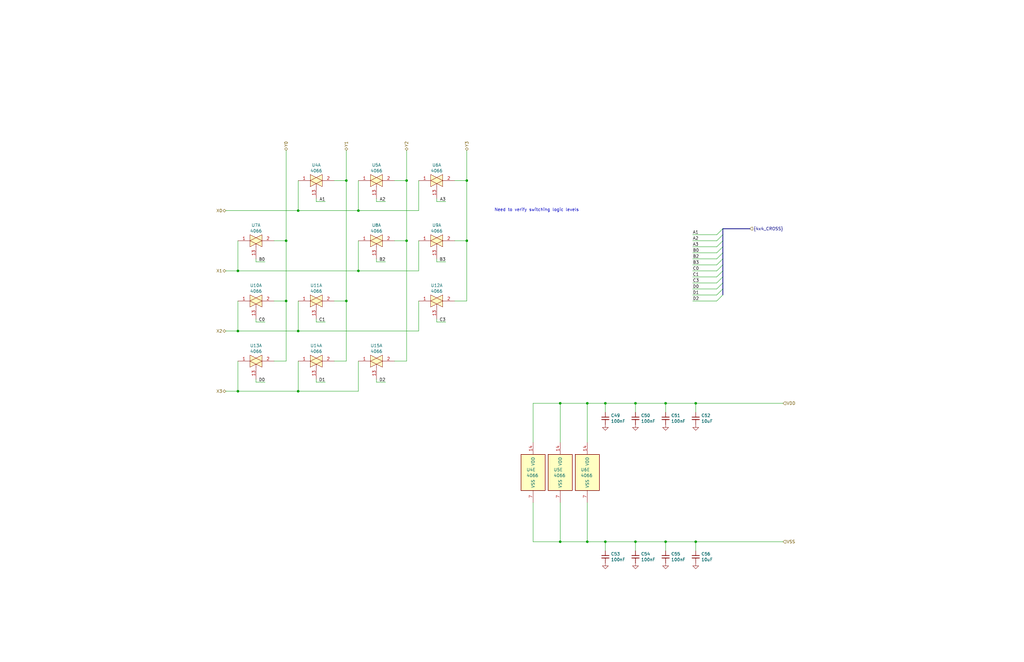
<source format=kicad_sch>
(kicad_sch (version 20250114) (generator "eeschema") (generator_version "9.0")
  (paper "B")
  (lib_symbols
    (symbol "4xxx:4066" (pin_names (offset 1.016))
      (property "Reference" "U" (at -7.62 8.89 0))
      (property "Value" "4066" (at -7.62 -8.89 0))
      (symbol "4066_1_0"
        (polyline (pts (xy -2.54 2.54) (xy 2.54 0) (xy -2.54 -2.54) (xy -2.54 2.54)) (fill (type background)))
        (polyline (pts (xy -2.54 0) (xy 2.54 2.54) (xy 2.54 -2.54) (xy -2.54 0)) (fill (type background)))
        (polyline (pts (xy 0 1.27) (xy 0 2.54)) (stroke (width 0.1524)))
        (pin passive line (at -7.62 0 0) (length 5.08) (name "~") (number "1"))
        (pin input line (at 0 7.62 270) (length 5.08) (name "~") (number "13"))
        (pin passive line (at 7.62 0 180) (length 5.08) (name "~") (number "2"))
      )
      (symbol "4066_2_0"
        (polyline (pts (xy -2.54 2.54) (xy 2.54 0) (xy -2.54 -2.54) (xy -2.54 2.54)) (fill (type background)))
        (polyline (pts (xy -2.54 0) (xy 2.54 2.54) (xy 2.54 -2.54) (xy -2.54 0)) (fill (type background)))
        (polyline (pts (xy 0 1.27) (xy 0 2.54)) (stroke (width 0.1524)))
        (pin passive line (at -7.62 0 0) (length 5.08) (name "~") (number "4"))
        (pin input line (at 0 7.62 270) (length 5.08) (name "~") (number "5"))
        (pin passive line (at 7.62 0 180) (length 5.08) (name "~") (number "3"))
      )
      (symbol "4066_3_0"
        (polyline (pts (xy -2.54 2.54) (xy 2.54 0) (xy -2.54 -2.54) (xy -2.54 2.54)) (fill (type background)))
        (polyline (pts (xy -2.54 0) (xy 2.54 2.54) (xy 2.54 -2.54) (xy -2.54 0)) (fill (type background)))
        (polyline (pts (xy 0 1.27) (xy 0 2.54)) (stroke (width 0.1524)))
        (pin passive line (at -7.62 0 0) (length 5.08) (name "~") (number "8"))
        (pin input line (at 0 7.62 270) (length 5.08) (name "~") (number "6"))
        (pin passive line (at 7.62 0 180) (length 5.08) (name "~") (number "9"))
      )
      (symbol "4066_4_0"
        (polyline (pts (xy -2.54 2.54) (xy 2.54 0) (xy -2.54 -2.54) (xy -2.54 2.54)) (fill (type background)))
        (polyline (pts (xy -2.54 0) (xy 2.54 2.54) (xy 2.54 -2.54) (xy -2.54 0)) (fill (type background)))
        (polyline (pts (xy 0 1.27) (xy 0 2.54)) (stroke (width 0.1524)))
        (pin passive line (at -7.62 0 0) (length 5.08) (name "~") (number "11"))
        (pin input line (at 0 7.62 270) (length 5.08) (name "~") (number "12"))
        (pin passive line (at 7.62 0 180) (length 5.08) (name "~") (number "10"))
      )
      (symbol "4066_5_0"
        (pin power_in line (at 0 12.7 270) (length 5.08) (name "VDD") (number "14"))
        (pin power_in line (at 0 -12.7 90) (length 5.08) (name "VSS") (number "7"))
      )
      (symbol "4066_5_1"
        (rectangle (start -5.08 7.62) (end 5.08 -7.62) (stroke (width 0.254)) (fill (type background)))
      )
    )
    (symbol "Device:C_Small" (pin_numbers (hide yes)) (pin_names (offset 0.254) (hide yes))
      (property "Reference" "C" (at 0.254 1.778 0))
      (property "Value" "C_Small" (at 0.254 -2.032 0))
      (symbol "C_Small_0_1"
        (polyline (pts (xy -1.524 0.508) (xy 1.524 0.508)) (stroke (width 0.3048)))
        (polyline (pts (xy -1.524 -0.508) (xy 1.524 -0.508)) (stroke (width 0.3302)))
      )
      (symbol "C_Small_1_1"
        (pin passive line (at 0 2.54 270) (length 2.032) (name "~") (number "1"))
        (pin passive line (at 0 -2.54 90) (length 2.032) (name "~") (number "2"))
      )
    )
    (symbol "power:GND" (power) (pin_numbers (hide yes)) (pin_names (offset 0) (hide yes))
      (property "Value" "GND" (at 0 -3.81 0))
      (symbol "GND_0_1"
        (polyline (pts (xy 0 0) (xy 0 -1.27) (xy 1.27 -1.27) (xy 0 -2.54) (xy -1.27 -1.27) (xy 0 -1.27)))
      )
      (symbol "GND_1_1"
        (pin power_in line (at 0 0 270) (length 0) (name "~") (number "1"))
      )
    )
  )
  (bus_alias "4x4_CROSS" (members "A1" "A2" "A3" "B0" "B2" "B3" "C0" "C1" "C3" "D0" "D1" "D2"))
  (text "Need to verify switching logic levels" (at 226.314 88.646 0) (effects (font (size 1.27 1.27))))
  (junction (at 255.27 228.6))
  (junction (at 267.97 170.18))
  (junction (at 247.65 228.6))
  (junction (at 255.27 170.18))
  (junction (at 125.73 165.1))
  (junction (at 171.45 76.2))
  (junction (at 125.73 88.9))
  (junction (at 120.65 127))
  (junction (at 293.37 170.18))
  (junction (at 280.67 228.6))
  (junction (at 280.67 170.18))
  (junction (at 125.73 139.7))
  (junction (at 146.05 127))
  (junction (at 236.22 228.6))
  (junction (at 146.05 76.2))
  (junction (at 100.33 139.7))
  (junction (at 151.13 114.3))
  (junction (at 151.13 88.9))
  (junction (at 100.33 165.1))
  (junction (at 236.22 170.18))
  (junction (at 267.97 228.6))
  (junction (at 100.33 114.3))
  (junction (at 293.37 228.6))
  (junction (at 196.85 76.2))
  (junction (at 247.65 170.18))
  (junction (at 171.45 101.6))
  (junction (at 120.65 101.6))
  (junction (at 196.85 101.6))
  (bus_entry (at 304.8 101.6) (size -2.54 2.54))
  (bus_entry (at 304.8 96.52) (size -2.54 2.54))
  (bus_entry (at 304.8 116.84) (size -2.54 2.54))
  (bus_entry (at 304.8 99.06) (size -2.54 2.54))
  (bus_entry (at 304.8 124.46) (size -2.54 2.54))
  (bus_entry (at 304.8 114.3) (size -2.54 2.54))
  (bus_entry (at 304.8 121.92) (size -2.54 2.54))
  (bus_entry (at 304.8 119.38) (size -2.54 2.54))
  (bus_entry (at 304.8 109.22) (size -2.54 2.54))
  (bus_entry (at 304.8 111.76) (size -2.54 2.54))
  (bus_entry (at 304.8 106.68) (size -2.54 2.54))
  (bus_entry (at 304.8 104.14) (size -2.54 2.54))
  (wire (pts (xy 158.75 110.49) (xy 162.56 110.49)))
  (wire (pts (xy 151.13 152.4) (xy 151.13 165.1)))
  (bus (pts (xy 304.8 106.68) (xy 304.8 109.22)))
  (wire (pts (xy 171.45 76.2) (xy 171.45 101.6)))
  (wire (pts (xy 158.75 110.49) (xy 158.75 109.22)))
  (wire (pts (xy 115.57 127) (xy 120.65 127)))
  (wire (pts (xy 115.57 101.6) (xy 120.65 101.6)))
  (wire (pts (xy 255.27 228.6) (xy 255.27 232.41)))
  (wire (pts (xy 196.85 101.6) (xy 196.85 127)))
  (wire (pts (xy 247.65 228.6) (xy 236.22 228.6)))
  (wire (pts (xy 125.73 127) (xy 125.73 139.7)))
  (wire (pts (xy 292.1 101.6) (xy 302.26 101.6)))
  (wire (pts (xy 100.33 139.7) (xy 125.73 139.7)))
  (wire (pts (xy 196.85 76.2) (xy 196.85 101.6)))
  (wire (pts (xy 236.22 228.6) (xy 224.79 228.6)))
  (wire (pts (xy 120.65 63.5) (xy 120.65 101.6)))
  (wire (pts (xy 95.25 88.9) (xy 125.73 88.9)))
  (wire (pts (xy 100.33 114.3) (xy 151.13 114.3)))
  (wire (pts (xy 166.37 152.4) (xy 171.45 152.4)))
  (wire (pts (xy 133.35 135.89) (xy 133.35 134.62)))
  (wire (pts (xy 292.1 111.76) (xy 302.26 111.76)))
  (bus (pts (xy 304.8 114.3) (xy 304.8 116.84)))
  (wire (pts (xy 280.67 170.18) (xy 280.67 173.99)))
  (bus (pts (xy 316.23 96.52) (xy 304.8 96.52)))
  (wire (pts (xy 125.73 88.9) (xy 151.13 88.9)))
  (bus (pts (xy 304.8 109.22) (xy 304.8 111.76)))
  (wire (pts (xy 107.95 161.29) (xy 111.76 161.29)))
  (wire (pts (xy 151.13 114.3) (xy 176.53 114.3)))
  (wire (pts (xy 184.15 110.49) (xy 187.96 110.49)))
  (wire (pts (xy 151.13 101.6) (xy 151.13 114.3)))
  (wire (pts (xy 191.77 101.6) (xy 196.85 101.6)))
  (wire (pts (xy 293.37 170.18) (xy 330.2 170.18)))
  (wire (pts (xy 158.75 85.09) (xy 162.56 85.09)))
  (wire (pts (xy 140.97 152.4) (xy 146.05 152.4)))
  (wire (pts (xy 255.27 170.18) (xy 267.97 170.18)))
  (wire (pts (xy 133.35 161.29) (xy 133.35 160.02)))
  (wire (pts (xy 125.73 139.7) (xy 176.53 139.7)))
  (bus (pts (xy 304.8 96.52) (xy 304.8 99.06)))
  (wire (pts (xy 133.35 135.89) (xy 137.16 135.89)))
  (wire (pts (xy 184.15 85.09) (xy 187.96 85.09)))
  (wire (pts (xy 100.33 127) (xy 100.33 139.7)))
  (wire (pts (xy 292.1 109.22) (xy 302.26 109.22)))
  (wire (pts (xy 184.15 135.89) (xy 187.96 135.89)))
  (wire (pts (xy 100.33 165.1) (xy 125.73 165.1)))
  (wire (pts (xy 115.57 152.4) (xy 120.65 152.4)))
  (wire (pts (xy 158.75 85.09) (xy 158.75 83.82)))
  (wire (pts (xy 125.73 152.4) (xy 125.73 165.1)))
  (wire (pts (xy 95.25 139.7) (xy 100.33 139.7)))
  (wire (pts (xy 191.77 127) (xy 196.85 127)))
  (wire (pts (xy 151.13 88.9) (xy 176.53 88.9)))
  (wire (pts (xy 176.53 76.2) (xy 176.53 88.9)))
  (wire (pts (xy 140.97 127) (xy 146.05 127)))
  (wire (pts (xy 125.73 76.2) (xy 125.73 88.9)))
  (wire (pts (xy 292.1 119.38) (xy 302.26 119.38)))
  (wire (pts (xy 292.1 116.84) (xy 302.26 116.84)))
  (wire (pts (xy 107.95 135.89) (xy 111.76 135.89)))
  (wire (pts (xy 176.53 127) (xy 176.53 139.7)))
  (wire (pts (xy 184.15 85.09) (xy 184.15 83.82)))
  (wire (pts (xy 280.67 170.18) (xy 293.37 170.18)))
  (wire (pts (xy 184.15 135.89) (xy 184.15 134.62)))
  (wire (pts (xy 280.67 228.6) (xy 280.67 232.41)))
  (wire (pts (xy 151.13 76.2) (xy 151.13 88.9)))
  (wire (pts (xy 292.1 99.06) (xy 302.26 99.06)))
  (wire (pts (xy 293.37 170.18) (xy 293.37 173.99)))
  (wire (pts (xy 247.65 170.18) (xy 236.22 170.18)))
  (wire (pts (xy 196.85 63.5) (xy 196.85 76.2)))
  (wire (pts (xy 292.1 127) (xy 302.26 127)))
  (wire (pts (xy 236.22 170.18) (xy 224.79 170.18)))
  (wire (pts (xy 133.35 85.09) (xy 133.35 83.82)))
  (wire (pts (xy 236.22 170.18) (xy 236.22 186.69)))
  (wire (pts (xy 107.95 135.89) (xy 107.95 134.62)))
  (wire (pts (xy 100.33 152.4) (xy 100.33 165.1)))
  (wire (pts (xy 133.35 85.09) (xy 137.16 85.09)))
  (bus (pts (xy 304.8 111.76) (xy 304.8 114.3)))
  (wire (pts (xy 107.95 161.29) (xy 107.95 160.02)))
  (wire (pts (xy 125.73 165.1) (xy 151.13 165.1)))
  (wire (pts (xy 146.05 63.5) (xy 146.05 76.2)))
  (wire (pts (xy 107.95 110.49) (xy 111.76 110.49)))
  (bus (pts (xy 304.8 121.92) (xy 304.8 124.46)))
  (wire (pts (xy 120.65 101.6) (xy 120.65 127)))
  (wire (pts (xy 146.05 127) (xy 146.05 152.4)))
  (wire (pts (xy 95.25 165.1) (xy 100.33 165.1)))
  (wire (pts (xy 247.65 170.18) (xy 247.65 186.69)))
  (wire (pts (xy 107.95 110.49) (xy 107.95 109.22)))
  (wire (pts (xy 292.1 114.3) (xy 302.26 114.3)))
  (wire (pts (xy 191.77 76.2) (xy 196.85 76.2)))
  (wire (pts (xy 292.1 124.46) (xy 302.26 124.46)))
  (wire (pts (xy 293.37 228.6) (xy 330.2 228.6)))
  (wire (pts (xy 158.75 161.29) (xy 158.75 160.02)))
  (bus (pts (xy 304.8 104.14) (xy 304.8 106.68)))
  (wire (pts (xy 171.45 63.5) (xy 171.45 76.2)))
  (wire (pts (xy 120.65 127) (xy 120.65 152.4)))
  (wire (pts (xy 236.22 228.6) (xy 236.22 212.09)))
  (wire (pts (xy 255.27 170.18) (xy 247.65 170.18)))
  (wire (pts (xy 267.97 170.18) (xy 267.97 173.99)))
  (wire (pts (xy 140.97 76.2) (xy 146.05 76.2)))
  (wire (pts (xy 247.65 228.6) (xy 255.27 228.6)))
  (wire (pts (xy 255.27 170.18) (xy 255.27 173.99)))
  (wire (pts (xy 176.53 101.6) (xy 176.53 114.3)))
  (wire (pts (xy 292.1 106.68) (xy 302.26 106.68)))
  (wire (pts (xy 171.45 101.6) (xy 171.45 152.4)))
  (wire (pts (xy 267.97 170.18) (xy 280.67 170.18)))
  (wire (pts (xy 224.79 170.18) (xy 224.79 186.69)))
  (wire (pts (xy 293.37 228.6) (xy 293.37 232.41)))
  (wire (pts (xy 267.97 228.6) (xy 280.67 228.6)))
  (wire (pts (xy 292.1 121.92) (xy 302.26 121.92)))
  (wire (pts (xy 224.79 228.6) (xy 224.79 212.09)))
  (wire (pts (xy 292.1 104.14) (xy 302.26 104.14)))
  (wire (pts (xy 255.27 228.6) (xy 267.97 228.6)))
  (bus (pts (xy 304.8 101.6) (xy 304.8 104.14)))
  (wire (pts (xy 166.37 76.2) (xy 171.45 76.2)))
  (bus (pts (xy 304.8 119.38) (xy 304.8 121.92)))
  (wire (pts (xy 146.05 76.2) (xy 146.05 127)))
  (wire (pts (xy 280.67 228.6) (xy 293.37 228.6)))
  (wire (pts (xy 184.15 110.49) (xy 184.15 109.22)))
  (wire (pts (xy 133.35 161.29) (xy 137.16 161.29)))
  (wire (pts (xy 247.65 228.6) (xy 247.65 212.09)))
  (wire (pts (xy 95.25 114.3) (xy 100.33 114.3)))
  (bus (pts (xy 304.8 116.84) (xy 304.8 119.38)))
  (wire (pts (xy 158.75 161.29) (xy 162.56 161.29)))
  (bus (pts (xy 304.8 99.06) (xy 304.8 101.6)))
  (wire (pts (xy 267.97 228.6) (xy 267.97 232.41)))
  (wire (pts (xy 166.37 101.6) (xy 171.45 101.6)))
  (wire (pts (xy 100.33 101.6) (xy 100.33 114.3)))
  (label "C1" (at 292.1 116.84 0))
  (label "D0" (at 111.76 161.29 180))
  (label "C0" (at 111.76 135.89 180))
  (label "A1" (at 292.1 99.06 0))
  (label "C3" (at 292.1 119.38 0))
  (label "B3" (at 292.1 111.76 0))
  (label "B2" (at 292.1 109.22 0))
  (label "B0" (at 292.1 106.68 0))
  (label "A3" (at 292.1 104.14 0))
  (label "D2" (at 292.1 127 0))
  (label "D1" (at 292.1 124.46 0))
  (label "D1" (at 137.16 161.29 180))
  (label "C3" (at 187.96 135.89 180))
  (label "B2" (at 162.56 110.49 180))
  (label "A2" (at 162.56 85.09 180))
  (label "D0" (at 292.1 121.92 0))
  (label "A1" (at 137.16 85.09 180))
  (label "A2" (at 292.1 101.6 0))
  (label "B0" (at 111.76 110.49 180))
  (label "D2" (at 162.56 161.29 180))
  (label "C0" (at 292.1 114.3 0))
  (label "A3" (at 187.96 85.09 180))
  (label "C1" (at 137.16 135.89 180))
  (label "B3" (at 187.96 110.49 180))
  (hierarchical_label "VSS" (shape input) (at 330.2 228.6 0))
  (hierarchical_label "Y0" (shape bidirectional) (at 120.65 63.5 90))
  (hierarchical_label "VDD" (shape input) (at 330.2 170.18 0))
  (hierarchical_label "Y3" (shape bidirectional) (at 196.85 63.5 90))
  (hierarchical_label "Y2" (shape bidirectional) (at 171.45 63.5 90))
  (hierarchical_label "X3" (shape bidirectional) (at 95.25 165.1 180))
  (hierarchical_label "Y1" (shape bidirectional) (at 146.05 63.5 90))
  (hierarchical_label "X2" (shape bidirectional) (at 95.25 139.7 180))
  (hierarchical_label "X1" (shape bidirectional) (at 95.25 114.3 180))
  (hierarchical_label "X0" (shape bidirectional) (at 95.25 88.9 180))
  (hierarchical_label "{4x4_CROSS}" (shape input) (at 316.23 96.52 0))
  (symbol (lib_id "4xxx:4066") (at 107.95 127 0) (mirror x) (unit 1)
    (property "Reference" "U10" (at 107.95 120.4425 0))
    (property "Value" "4066" (at 107.95 122.8668 0))
    (property "Datasheet" "http://www.ti.com/lit/ds/symlink/cd4066b.pdf" (effects (hide yes)))
    (property "Description" "Quad Analog Switches" (effects (hide yes)))
  )
  (symbol (lib_id "Device:C_Small") (at 255.27 234.95 0) (unit 1)
    (property "Reference" "C53" (at 257.5941 233.7441 0) (effects (justify left)))
    (property "Value" "100nF" (at 257.5941 236.1684 0) (effects (justify left)))
    (property "Description" "Unpolarized capacitor, small symbol" (effects (hide yes)))
  )
  (symbol (lib_id "power:GND") (at 280.67 237.49 0) (mirror y) (unit 1)
    (property "Reference" "#PWR079" (effects (hide yes)))
    (property "Value" "GND" (effects (hide yes)))
    (property "Description" "Power symbol creates a global label with name \"GND\" , ground" (effects (hide yes)))
  )
  (symbol (lib_id "Device:C_Small") (at 255.27 176.53 0) (unit 1)
    (property "Reference" "C49" (at 257.5941 175.3241 0) (effects (justify left)))
    (property "Value" "100nF" (at 257.5941 177.7484 0) (effects (justify left)))
    (property "Description" "Unpolarized capacitor, small symbol" (effects (hide yes)))
  )
  (symbol (lib_id "4xxx:4066") (at 133.35 76.2 0) (mirror x) (unit 1)
    (property "Reference" "U4" (at 133.35 69.6425 0))
    (property "Value" "4066" (at 133.35 72.0668 0))
    (property "Datasheet" "http://www.ti.com/lit/ds/symlink/cd4066b.pdf" (effects (hide yes)))
    (property "Description" "Quad Analog Switches" (effects (hide yes)))
  )
  (symbol (lib_id "4xxx:4066") (at 184.15 127 0) (mirror x) (unit 1)
    (property "Reference" "U12" (at 184.15 120.4425 0))
    (property "Value" "4066" (at 184.15 122.8668 0))
    (property "Datasheet" "http://www.ti.com/lit/ds/symlink/cd4066b.pdf" (effects (hide yes)))
    (property "Description" "Quad Analog Switches" (effects (hide yes)))
  )
  (symbol (lib_id "power:GND") (at 267.97 237.49 0) (mirror y) (unit 1)
    (property "Reference" "#PWR078" (effects (hide yes)))
    (property "Value" "GND" (effects (hide yes)))
    (property "Description" "Power symbol creates a global label with name \"GND\" , ground" (effects (hide yes)))
  )
  (symbol (lib_id "Device:C_Small") (at 280.67 176.53 0) (unit 1)
    (property "Reference" "C51" (at 282.9941 175.3241 0) (effects (justify left)))
    (property "Value" "100nF" (at 282.9941 177.7484 0) (effects (justify left)))
    (property "Description" "Unpolarized capacitor, small symbol" (effects (hide yes)))
  )
  (symbol (lib_id "power:GND") (at 267.97 179.07 0) (mirror y) (unit 1)
    (property "Reference" "#PWR074" (effects (hide yes)))
    (property "Value" "GND" (effects (hide yes)))
    (property "Description" "Power symbol creates a global label with name \"GND\" , ground" (effects (hide yes)))
  )
  (symbol (lib_id "4xxx:4066") (at 224.79 199.39 0) (unit 5)
    (property "Reference" "U4" (at 221.996 198.2357 0) (effects (justify left)))
    (property "Value" "4066" (at 221.996 200.66 0) (effects (justify left)))
    (property "Datasheet" "http://www.ti.com/lit/ds/symlink/cd4066b.pdf" (effects (hide yes)))
    (property "Description" "Quad Analog Switches" (effects (hide yes)))
  )
  (symbol (lib_id "Device:C_Small") (at 267.97 176.53 0) (unit 1)
    (property "Reference" "C50" (at 270.2941 175.3241 0) (effects (justify left)))
    (property "Value" "100nF" (at 270.2941 177.7484 0) (effects (justify left)))
    (property "Description" "Unpolarized capacitor, small symbol" (effects (hide yes)))
  )
  (symbol (lib_id "power:GND") (at 255.27 237.49 0) (mirror y) (unit 1)
    (property "Reference" "#PWR077" (effects (hide yes)))
    (property "Value" "GND" (effects (hide yes)))
    (property "Description" "Power symbol creates a global label with name \"GND\" , ground" (effects (hide yes)))
  )
  (symbol (lib_id "4xxx:4066") (at 107.95 152.4 0) (mirror x) (unit 1)
    (property "Reference" "U13" (at 107.95 145.8425 0))
    (property "Value" "4066" (at 107.95 148.2668 0))
    (property "Datasheet" "http://www.ti.com/lit/ds/symlink/cd4066b.pdf" (effects (hide yes)))
    (property "Description" "Quad Analog Switches" (effects (hide yes)))
  )
  (symbol (lib_id "4xxx:4066") (at 107.95 101.6 0) (mirror x) (unit 1)
    (property "Reference" "U7" (at 107.95 95.0425 0))
    (property "Value" "4066" (at 107.95 97.4668 0))
    (property "Datasheet" "http://www.ti.com/lit/ds/symlink/cd4066b.pdf" (effects (hide yes)))
    (property "Description" "Quad Analog Switches" (effects (hide yes)))
  )
  (symbol (lib_id "Device:C_Small") (at 293.37 234.95 0) (unit 1)
    (property "Reference" "C56" (at 295.6941 233.7441 0) (effects (justify left)))
    (property "Value" "10uF" (at 295.6941 236.1684 0) (effects (justify left)))
    (property "Description" "Unpolarized capacitor, small symbol" (effects (hide yes)))
  )
  (symbol (lib_id "Device:C_Small") (at 293.37 176.53 0) (unit 1)
    (property "Reference" "C52" (at 295.6941 175.3241 0) (effects (justify left)))
    (property "Value" "10uF" (at 295.6941 177.7484 0) (effects (justify left)))
    (property "Description" "Unpolarized capacitor, small symbol" (effects (hide yes)))
  )
  (symbol (lib_id "power:GND") (at 293.37 179.07 0) (mirror y) (unit 1)
    (property "Reference" "#PWR076" (effects (hide yes)))
    (property "Value" "GND" (effects (hide yes)))
    (property "Description" "Power symbol creates a global label with name \"GND\" , ground" (effects (hide yes)))
  )
  (symbol (lib_id "4xxx:4066") (at 133.35 127 0) (mirror x) (unit 1)
    (property "Reference" "U11" (at 133.35 120.4425 0))
    (property "Value" "4066" (at 133.35 122.8668 0))
    (property "Datasheet" "http://www.ti.com/lit/ds/symlink/cd4066b.pdf" (effects (hide yes)))
    (property "Description" "Quad Analog Switches" (effects (hide yes)))
  )
  (symbol (lib_id "4xxx:4066") (at 184.15 76.2 0) (mirror x) (unit 1)
    (property "Reference" "U6" (at 184.15 69.6425 0))
    (property "Value" "4066" (at 184.15 72.0668 0))
    (property "Datasheet" "http://www.ti.com/lit/ds/symlink/cd4066b.pdf" (effects (hide yes)))
    (property "Description" "Quad Analog Switches" (effects (hide yes)))
  )
  (symbol (lib_id "4xxx:4066") (at 133.35 152.4 0) (mirror x) (unit 1)
    (property "Reference" "U14" (at 133.35 145.8425 0))
    (property "Value" "4066" (at 133.35 148.2668 0))
    (property "Datasheet" "http://www.ti.com/lit/ds/symlink/cd4066b.pdf" (effects (hide yes)))
    (property "Description" "Quad Analog Switches" (effects (hide yes)))
  )
  (symbol (lib_id "power:GND") (at 255.27 179.07 0) (mirror y) (unit 1)
    (property "Reference" "#PWR073" (effects (hide yes)))
    (property "Value" "GND" (effects (hide yes)))
    (property "Description" "Power symbol creates a global label with name \"GND\" , ground" (effects (hide yes)))
  )
  (symbol (lib_id "Device:C_Small") (at 267.97 234.95 0) (unit 1)
    (property "Reference" "C54" (at 270.2941 233.7441 0) (effects (justify left)))
    (property "Value" "100nF" (at 270.2941 236.1684 0) (effects (justify left)))
    (property "Description" "Unpolarized capacitor, small symbol" (effects (hide yes)))
  )
  (symbol (lib_id "4xxx:4066") (at 184.15 101.6 0) (mirror x) (unit 1)
    (property "Reference" "U9" (at 184.15 95.0425 0))
    (property "Value" "4066" (at 184.15 97.4668 0))
    (property "Datasheet" "http://www.ti.com/lit/ds/symlink/cd4066b.pdf" (effects (hide yes)))
    (property "Description" "Quad Analog Switches" (effects (hide yes)))
  )
  (symbol (lib_id "4xxx:4066") (at 247.65 199.39 0) (unit 5)
    (property "Reference" "U6" (at 244.856 198.2357 0) (effects (justify left)))
    (property "Value" "4066" (at 244.856 200.66 0) (effects (justify left)))
    (property "Datasheet" "http://www.ti.com/lit/ds/symlink/cd4066b.pdf" (effects (hide yes)))
    (property "Description" "Quad Analog Switches" (effects (hide yes)))
  )
  (symbol (lib_id "Device:C_Small") (at 280.67 234.95 0) (unit 1)
    (property "Reference" "C55" (at 282.9941 233.7441 0) (effects (justify left)))
    (property "Value" "100nF" (at 282.9941 236.1684 0) (effects (justify left)))
    (property "Description" "Unpolarized capacitor, small symbol" (effects (hide yes)))
  )
  (symbol (lib_id "4xxx:4066") (at 158.75 152.4 0) (mirror x) (unit 1)
    (property "Reference" "U15" (at 158.75 145.8425 0))
    (property "Value" "4066" (at 158.75 148.2668 0))
    (property "Datasheet" "http://www.ti.com/lit/ds/symlink/cd4066b.pdf" (effects (hide yes)))
    (property "Description" "Quad Analog Switches" (effects (hide yes)))
  )
  (symbol (lib_id "4xxx:4066") (at 158.75 101.6 0) (mirror x) (unit 1)
    (property "Reference" "U8" (at 158.75 95.0425 0))
    (property "Value" "4066" (at 158.75 97.4668 0))
    (property "Datasheet" "http://www.ti.com/lit/ds/symlink/cd4066b.pdf" (effects (hide yes)))
    (property "Description" "Quad Analog Switches" (effects (hide yes)))
  )
  (symbol (lib_id "4xxx:4066") (at 158.75 76.2 0) (mirror x) (unit 1)
    (property "Reference" "U5" (at 158.75 69.6425 0))
    (property "Value" "4066" (at 158.75 72.0668 0))
    (property "Datasheet" "http://www.ti.com/lit/ds/symlink/cd4066b.pdf" (effects (hide yes)))
    (property "Description" "Quad Analog Switches" (effects (hide yes)))
  )
  (symbol (lib_id "4xxx:4066") (at 236.22 199.39 0) (unit 5)
    (property "Reference" "U5" (at 233.426 198.2357 0) (effects (justify left)))
    (property "Value" "4066" (at 233.426 200.66 0) (effects (justify left)))
    (property "Datasheet" "http://www.ti.com/lit/ds/symlink/cd4066b.pdf" (effects (hide yes)))
    (property "Description" "Quad Analog Switches" (effects (hide yes)))
  )
  (symbol (lib_id "power:GND") (at 280.67 179.07 0) (mirror y) (unit 1)
    (property "Reference" "#PWR075" (effects (hide yes)))
    (property "Value" "GND" (effects (hide yes)))
    (property "Description" "Power symbol creates a global label with name \"GND\" , ground" (effects (hide yes)))
  )
  (symbol (lib_id "power:GND") (at 293.37 237.49 0) (mirror y) (unit 1)
    (property "Reference" "#PWR080" (effects (hide yes)))
    (property "Value" "GND" (effects (hide yes)))
    (property "Description" "Power symbol creates a global label with name \"GND\" , ground" (effects (hide yes)))
  )
)
</source>
